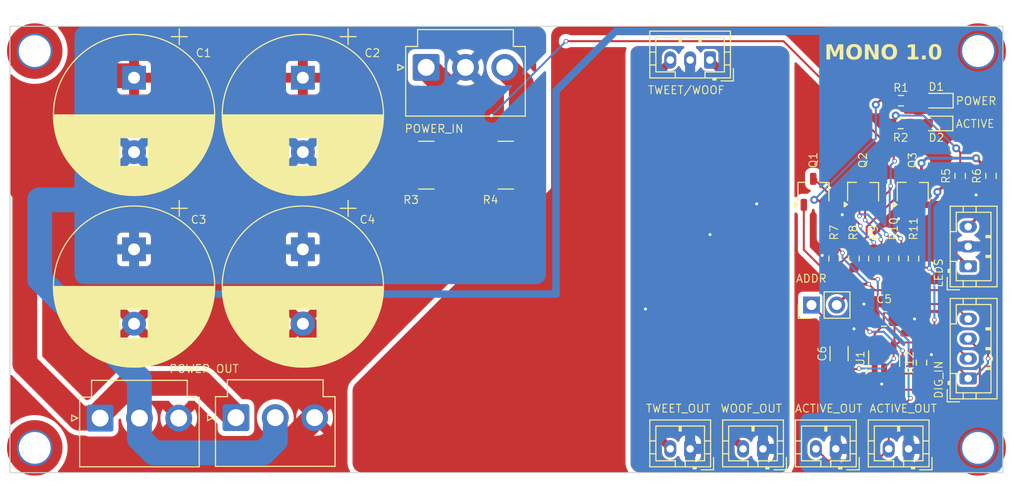
<source format=kicad_pcb>
(kicad_pcb (version 20240108) (generator "pcbnew") (generator_version "8.0")
  (layers (0 "F.Cu" signal) (31 "B.Cu" signal) (34 "B.Paste" user) (35 "F.Paste" user) (36 "B.SilkS" user "B.Silkscreen") (37 "F.SilkS" user "F.Silkscreen") (38 "B.Mask" user) (39 "F.Mask" user) (44 "Edge.Cuts" user))
  (net 0 "")
  (net 1 "VM")
  (net 2 "VP")
  (net 3 "PGND")
  (net 4 "POS")
  (net 5 "NEG")
  (net 6 "3V3")
  (net 7 "SCL")
  (net 8 "SDA")
  (net 9 "TWEETER")
  (net 10 "WOOFER")
  (net 11 "ACTIVE_IN")
  (net 12 "ACTIVE_OUT")
  (net 13 "AGND")
  (net 14 "Net-(Q1-B)")
  (net 15 "Net-(Q1-C)")
  (net 16 "Net-(Q2-B)")
  (net 17 "Net-(Q3-B)")
  (net 18 "ACTIVE_NEG")
  (net 19 "Net-(D1-A)")
  (net 20 "LED_ACTIVE")
  (net 21 "LED_STANDBY")
  (net 22 "Net-(D2-A)")
  (net 23 "Net-(J4-Pin_1)")
  (footprint "Capacitor_THT:CP_Radial_D16.0mm_P7.50mm" (layer "F.Cu") (at 98.4 95.987246 -90)
    (property "Reference" "C3" (at -2.987246 -6.5 0) (layer "F.SilkS") (effects (font (size 0.8 0.8) (thickness 0.1))))
    (property "Value" "2200u 50V")
    (pad "1" thru_hole rect (at 0 0 270) (size 2.4 2.4) (drill 1.2) (layers "*.Cu" "*.Mask") (net 3 "PGND"))
    (pad "2" thru_hole circle (at 7.5 0 270) (size 2.4 2.4) (drill 1.2) (layers "*.Cu" "*.Mask") (net 5 "NEG"))
  )
  (footprint "Connector_JST:JST_PH_B2B-PH-K_1x02_P2.00mm_Vertical" (layer "F.Cu") (at 154.4 116.1 180)
    (property "Reference" "J8" (hide yes))
    (property "Value" "Conn_01x02_Pin")
    (pad "1" thru_hole roundrect (at 0 0 180) (size 1.2 1.75) (drill 0.75) (layers "*.Cu" "*.Mask") (roundrect_rratio 0.208333) (net 13 "AGND"))
    (pad "2" thru_hole oval (at 2 0 180) (size 1.2 1.75) (drill 0.75) (layers "*.Cu" "*.Mask") (net 9 "TWEETER"))
  )
  (footprint "Capacitor_THT:CP_Radial_D16.0mm_P7.50mm" (layer "F.Cu") (at 98.4 78.687246 -90)
    (property "Reference" "C1" (at -2.487246 -7 0) (layer "F.SilkS") (effects (font (size 0.8 0.8) (thickness 0.1))))
    (property "Value" "2200u 50V")
    (pad "1" thru_hole rect (at 0 0 270) (size 2.4 2.4) (drill 1.2) (layers "*.Cu" "*.Mask") (net 4 "POS"))
    (pad "2" thru_hole circle (at 7.5 0 270) (size 2.4 2.4) (drill 1.2) (layers "*.Cu" "*.Mask") (net 3 "PGND"))
  )
  (footprint "Resistor_SMD:R_0603_1608Metric_Pad0.98x0.95mm_HandSolder" (layer "F.Cu") (at 174.9 96.9125 90)
    (property "Reference" "R10" (at 3 0 90) (layer "F.SilkS") (effects (font (size 0.8 0.8) (thickness 0.1))))
    (property "Value" "50K")
    (pad "1" smd roundrect (at -0.9125 0 90) (size 0.975 0.95) (layers "F.Cu" "F.Paste" "F.Mask") (net 5 "NEG"))
    (pad "2" smd roundrect (at 0.9125 0 90) (size 0.975 0.95) (layers "F.Cu" "F.Paste" "F.Mask") (net 16 "Net-(Q2-B)"))
  )
  (footprint "MountingHole:MountingHole_3.2mm_M3_DIN965_Pad_TopOnly" (layer "F.Cu") (at 88.4 76 90)
    (property "Reference" "H1" (hide yes))
    (property "Value" "MountingHole")
    (pad "1" thru_hole circle (at 0 0 90) (size 3.6 3.6) (drill 3.2) (layers "*.Cu" "*.Mask"))
    (pad "1" connect circle (at 0 0 90) (size 5.6 5.6) (layers "F.Cu" "F.Mask"))
  )
  (footprint "MountingHole:MountingHole_3.2mm_M3_DIN965_Pad_TopOnly" (layer "F.Cu") (at 88.4 116 90)
    (property "Reference" "H3" (hide yes))
    (property "Value" "MountingHole")
    (pad "1" thru_hole circle (at 0 0 90) (size 3.6 3.6) (drill 3.2) (layers "*.Cu" "*.Mask"))
    (pad "1" connect circle (at 0 0 90) (size 5.6 5.6) (layers "F.Cu" "F.Mask"))
  )
  (footprint "MountingHole:MountingHole_3.2mm_M3_DIN965_Pad_TopOnly" (layer "F.Cu") (at 183.4 76 90)
    (property "Reference" "H2" (hide yes))
    (property "Value" "MountingHole")
    (pad "1" thru_hole circle (at 0 0 90) (size 3.6 3.6) (drill 3.2) (layers "*.Cu" "*.Mask"))
    (pad "1" connect circle (at 0 0 90) (size 5.6 5.6) (layers "F.Cu" "F.Mask"))
  )
  (footprint "Connector_JST:JST_VH_B3P-VH-B_1x03_P3.96mm_Vertical" (layer "F.Cu") (at 108.6625 112.95)
    (property "Reference" "J6" (hide yes))
    (property "Value" "Conn_01x03_Male")
    (pad "1" thru_hole roundrect (at 0 0) (size 2.7 2.7) (drill 1.7) (layers "*.Cu" "*.Mask") (roundrect_rratio 0.092593) (net 4 "POS"))
    (pad "2" thru_hole circle (at 3.96 0) (size 2.7 2.7) (drill 1.7) (layers "*.Cu" "*.Mask") (net 3 "PGND"))
    (pad "3" thru_hole circle (at 7.92 0) (size 2.7 2.7) (drill 1.7) (layers "*.Cu" "*.Mask") (net 5 "NEG"))
  )
  (footprint "Connector_JST:JST_VH_B3P-VH-B_1x03_P3.96mm_Vertical" (layer "F.Cu") (at 94.98 113)
    (property "Reference" "J7" (hide yes))
    (property "Value" "Conn_01x03_Male")
    (pad "1" thru_hole roundrect (at 0 0) (size 2.7 2.7) (drill 1.7) (layers "*.Cu" "*.Mask") (roundrect_rratio 0.092593) (net 4 "POS"))
    (pad "2" thru_hole circle (at 3.96 0) (size 2.7 2.7) (drill 1.7) (layers "*.Cu" "*.Mask") (net 3 "PGND"))
    (pad "3" thru_hole circle (at 7.92 0) (size 2.7 2.7) (drill 1.7) (layers "*.Cu" "*.Mask") (net 5 "NEG"))
  )
  (footprint "Package_TO_SOT_SMD:TSOT-23" (layer "F.Cu") (at 166.8 90.19 90)
    (property "Reference" "Q1" (at 3.19 0 90) (layer "F.SilkS") (effects (font (size 0.8 0.8) (thickness 0.1))))
    (property "Value" "BC807")
    (pad "1" smd roundrect (at -1.31 -0.95 90) (size 1.22 0.65) (layers "F.Cu" "F.Paste" "F.Mask") (net 14 "Net-(Q1-B)"))
    (pad "2" smd roundrect (at -1.31 0.95 90) (size 1.22 0.65) (layers "F.Cu" "F.Paste" "F.Mask") (net 6 "3V3"))
    (pad "3" smd roundrect (at 1.31 0 90) (size 1.22 0.65) (layers "F.Cu" "F.Paste" "F.Mask") (net 15 "Net-(Q1-C)"))
  )
  (footprint "Connector_JST:JST_PH_B2B-PH-K_1x02_P2.00mm_Vertical" (layer "F.Cu") (at 161.733333 116.1 180)
    (property "Reference" "J9" (hide yes))
    (property "Value" "Conn_01x02_Pin")
    (pad "1" thru_hole roundrect (at 0 0 180) (size 1.2 1.75) (drill 0.75) (layers "*.Cu" "*.Mask") (roundrect_rratio 0.208333) (net 13 "AGND"))
    (pad "2" thru_hole oval (at 2 0 180) (size 1.2 1.75) (drill 0.75) (layers "*.Cu" "*.Mask") (net 10 "WOOFER"))
  )
  (footprint "Connector_JST:JST_PH_B2B-PH-K_1x02_P2.00mm_Vertical" (layer "F.Cu") (at 169.066666 116.1 180)
    (property "Reference" "J10" (hide yes))
    (property "Value" "Conn_01x02_Pin")
    (pad "1" thru_hole roundrect (at 0 0 180) (size 1.2 1.75) (drill 0.75) (layers "*.Cu" "*.Mask") (roundrect_rratio 0.208333) (net 3 "PGND"))
    (pad "2" thru_hole oval (at 2 0 180) (size 1.2 1.75) (drill 0.75) (layers "*.Cu" "*.Mask") (net 12 "ACTIVE_OUT"))
  )
  (footprint "Connector_JST:JST_PH_B3B-PH-K_1x03_P2.00mm_Vertical" (layer "F.Cu") (at 182.4 97.7 90)
    (property "Reference" "J3" (hide yes))
    (property "Value" "Conn_01x03_Pin")
    (pad "1" thru_hole roundrect (at 0 0 90) (size 1.2 1.75) (drill 0.75) (layers "*.Cu" "*.Mask") (roundrect_rratio 0.208333) (net 20 "LED_ACTIVE"))
    (pad "2" thru_hole oval (at 2 0 90) (size 1.2 1.75) (drill 0.75) (layers "*.Cu" "*.Mask") (net 3 "PGND"))
    (pad "3" thru_hole oval (at 4 0 90) (size 1.2 1.75) (drill 0.75) (layers "*.Cu" "*.Mask") (net 21 "LED_STANDBY"))
  )
  (footprint "Resistor_SMD:R_0603_1608Metric_Pad0.98x0.95mm_HandSolder" (layer "F.Cu") (at 170.9 96.9125 -90)
    (property "Reference" "R8" (at -2.619047 0.07 90) (layer "F.SilkS") (effects (font (size 0.8 0.8) (thickness 0.1))))
    (property "Value" "1K")
    (pad "1" smd roundrect (at -0.9125 0 270) (size 0.975 0.95) (layers "F.Cu" "F.Paste" "F.Mask") (net 18 "ACTIVE_NEG"))
    (pad "2" smd roundrect (at 0.9125 0 270) (size 0.975 0.95) (layers "F.Cu" "F.Paste" "F.Mask") (net 14 "Net-(Q1-B)"))
  )
  (footprint "Resistor_SMD:R_1218_3246Metric_Pad1.22x4.75mm_HandSolder" (layer "F.Cu") (at 127.8375 87.5 180)
    (property "Reference" "R3" (at 1.5375 -3.5 0) (layer "F.SilkS") (effects (font (size 0.8 0.8) (thickness 0.1))))
    (property "Value" "470m 3W")
    (pad "1" smd roundrect (at -1.5625 0 180) (size 1.225 4.75) (layers "F.Cu" "F.Paste" "F.Mask") (roundrect_rratio 0.204082) (net 2 "VP"))
    (pad "2" smd roundrect (at 1.5625 0 180) (size 1.225 4.75) (layers "F.Cu" "F.Paste" "F.Mask") (roundrect_rratio 0.204082) (net 4 "POS"))
  )
  (footprint "Connector_JST:JST_VH_B3P-VH-B_1x03_P3.96mm_Vertical" (layer "F.Cu") (at 127.8175 77.64375)
    (property "Reference" "J2" (hide yes))
    (property "Value" "Conn_01x03_Male")
    (pad "1" thru_hole roundrect (at 0 0) (size 2.7 2.7) (drill 1.7) (layers "*.Cu" "*.Mask") (roundrect_rratio 0.092593) (net 2 "VP"))
    (pad "2" thru_hole circle (at 3.96 0) (size 2.7 2.7) (drill 1.7) (layers "*.Cu" "*.Mask") (net 3 "PGND"))
    (pad "3" thru_hole circle (at 7.92 0) (size 2.7 2.7) (drill 1.7) (layers "*.Cu" "*.Mask") (net 1 "VM"))
  )
  (footprint "Capacitor_SMD:C_0805_2012Metric_Pad1.18x1.45mm_HandSolder" (layer "F.Cu") (at 173.9375 103 180)
    (property "Reference" "C5" (at 0 2 0) (layer "F.SilkS") (effects (font (size 0.8 0.8) (thickness 0.1))))
    (property "Value" "0.1u")
    (pad "1" smd roundrect (at -1.0375 0 180) (size 1.175 1.45) (layers "F.Cu" "F.Paste" "F.Mask") (roundrect_rratio 0.212766) (net 6 "3V3"))
    (pad "2" smd roundrect (at 1.0375 0 180) (size 1.175 1.45) (layers "F.Cu" "F.Paste" "F.Mask") (roundrect_rratio 0.212766) (net 3 "PGND"))
  )
  (footprint "Connector_PinHeader_2.54mm:PinHeader_1x02_P2.54mm_Vertical" (layer "F.Cu") (at 166.625 101.6 90)
    (property "Reference" "J4" (hide yes))
    (property "Value" "Conn_01x02_Pin")
    (pad "1" thru_hole rect (at 0 0 90) (size 1.7 1.7) (drill 1) (layers "*.Cu" "*.Mask") (net 23 "Net-(J4-Pin_1)"))
    (pad "2" thru_hole oval (at 0 2.54 90) (size 1.7 1.7) (drill 1) (layers "*.Cu" "*.Mask") (net 6 "3V3"))
  )
  (footprint "Package_TO_SOT_SMD:TSOT-23" (layer "F.Cu") (at 171.8 90.19 90)
    (property "Reference" "Q2" (at 3.19 0 90) (layer "F.SilkS") (effects (font (size 0.8 0.8) (thickness 0.1))))
    (property "Value" "BC817K-40")
    (pad "1" smd roundrect (at -1.31 -0.95 90) (size 1.22 0.65) (layers "F.Cu" "F.Paste" "F.Mask") (net 16 "Net-(Q2-B)"))
    (pad "2" smd roundrect (at -1.31 0.95 90) (size 1.22 0.65) (layers "F.Cu" "F.Paste" "F.Mask") (net 5 "NEG"))
    (pad "3" smd roundrect (at 1.31 0 90) (size 1.22 0.65) (layers "F.Cu" "F.Paste" "F.Mask") (net 12 "ACTIVE_OUT"))
  )
  (footprint "Capacitor_THT:CP_Radial_D16.0mm_P7.50mm" (layer "F.Cu") (at 115.4 95.987246 -90)
    (property "Reference" "C4" (at -3 -6.5 0) (layer "F.SilkS") (effects (font (size 0.8 0.8) (thickness 0.1))))
    (property "Value" "2200u 50V")
    (pad "1" thru_hole rect (at 0 0 270) (size 2.4 2.4) (drill 1.2) (layers "*.Cu" "*.Mask") (net 3 "PGND"))
    (pad "2" thru_hole circle (at 7.5 0 270) (size 2.4 2.4) (drill 1.2) (layers "*.Cu" "*.Mask") (net 5 "NEG"))
  )
  (footprint "Connector_JST:JST_PH_B3B-PH-K_1x03_P2.00mm_Vertical" (layer "F.Cu") (at 156.4 76.9 180)
    (property "Reference" "J1" (hide yes))
    (property "Value" "Conn_01x03_Pin")
    (pad "1" thru_hole roundrect (at 0 0 180) (size 1.2 1.75) (drill 0.75) (layers "*.Cu" "*.Mask") (roundrect_rratio 0.208333) (net 10 "WOOFER"))
    (pad "2" thru_hole oval (at 2 0 180) (size 1.2 1.75) (drill 0.75) (layers "*.Cu" "*.Mask") (net 13 "AGND"))
    (pad "3" thru_hole oval (at 4 0 180) (size 1.2 1.75) (drill 0.75) (layers "*.Cu" "*.Mask") (net 9 "TWEETER"))
  )
  (footprint "Connector_JST:JST_PH_B2B-PH-K_1x02_P2.00mm_Vertical" (layer "F.Cu") (at 176.4 116.1 180)
    (property "Reference" "J11" (hide yes))
    (property "Value" "Conn_01x02_Pin")
    (pad "1" thru_hole roundrect (at 0 0 180) (size 1.2 1.75) (drill 0.75) (layers "*.Cu" "*.Mask") (roundrect_rratio 0.208333) (net 3 "PGND"))
    (pad "2" thru_hole oval (at 2 0 180) (size 1.2 1.75) (drill 0.75) (layers "*.Cu" "*.Mask") (net 12 "ACTIVE_OUT"))
  )
  (footprint "LED_SMD:LED_0603_1608Metric_Pad1.05x0.95mm_HandSolder" (layer "F.Cu") (at 179.225 81 180)
    (property "Reference" "D1" (at 0.0375 1.4 0) (layer "F.SilkS") (effects (font (size 0.8 0.8) (thickness 0.1))))
    (property "Value" "BLUE")
    (pad "1" smd roundrect (at -0.875 0 180) (size 1.05 0.95) (layers "F.Cu" "F.Paste" "F.Mask") (net 3 "PGND"))
    (pad "2" smd roundrect (at 0.875 0 180) (size 1.05 0.95) (layers "F.Cu" "F.Paste" "F.Mask") (net 19 "Net-(D1-A)"))
  )
  (footprint "Resistor_SMD:R_1218_3246Metric_Pad1.22x4.75mm_HandSolder" (layer "F.Cu") (at 135.8375 87.5 180)
    (property "Reference" "R4" (at 1.5375 -3.5 0) (layer "F.SilkS") (effects (font (size 0.8 0.8) (thickness 0.1))))
    (property "Value" "470m 3W")
    (pad "1" smd roundrect (at -1.5625 0 180) (size 1.225 4.75) (layers "F.Cu" "F.Paste" "F.Mask") (roundrect_rratio 0.204082) (net 1 "VM"))
    (pad "2" smd roundrect (at 1.5625 0 180) (size 1.225 4.75) (layers "F.Cu" "F.Paste" "F.Mask") (roundrect_rratio 0.204082) (net 5 "NEG"))
  )
  (footprint "LED_SMD:LED_0603_1608Metric_Pad1.05x0.95mm_HandSolder" (layer "F.Cu") (at 179.2 83.3 180)
    (property "Reference" "D2" (at 0 -1.43 360) (layer "F.SilkS") (effects (font (size 0.8 0.8) (thickness 0.1))))
    (property "Value" "RED")
    (pad "1" smd roundrect (at -0.875 0 180) (size 1.05 0.95) (layers "F.Cu" "F.Paste" "F.Mask") (net 3 "PGND"))
    (pad "2" smd roundrect (at 0.875 0 180) (size 1.05 0.95) (layers "F.Cu" "F.Paste" "F.Mask") (net 22 "Net-(D2-A)"))
  )
  (footprint "Capacitor_THT:CP_Radial_D16.0mm_P7.50mm" (layer "F.Cu") (at 115.4 78.687246 -90)
    (property "Reference" "C2" (at -2.487246 -7 0) (layer "F.SilkS") (effects (font (size 0.8 0.8) (thickness 0.1))))
    (property "Value" "2200u 50V")
    (pad "1" thru_hole rect (at 0 0 270) (size 2.4 2.4) (drill 1.2) (layers "*.Cu" "*.Mask") (net 4 "POS"))
    (pad "2" thru_hole circle (at 7.5 0 270) (size 2.4 2.4) (drill 1.2) (layers "*.Cu" "*.Mask") (net 3 "PGND"))
  )
  (footprint "Resistor_SMD:R_0603_1608Metric_Pad0.98x0.95mm_HandSolder" (layer "F.Cu") (at 181.6 88.5875 90)
    (property "Reference" "R5" (at 0 -1.43 90) (layer "F.SilkS") (effects (font (size 0.8 0.8) (thickness 0.1))))
    (property "Value" "550R")
    (pad "1" smd roundrect (at -0.9125 0 90) (size 0.975 0.95) (layers "F.Cu" "F.Paste" "F.Mask") (net 20 "LED_ACTIVE"))
    (pad "2" smd roundrect (at 0.9125 0 90) (size 0.975 0.95) (layers "F.Cu" "F.Paste" "F.Mask") (net 11 "ACTIVE_IN"))
  )
  (footprint "Resistor_SMD:R_0603_1608Metric_Pad0.98x0.95mm_HandSolder" (layer "F.Cu") (at 172.9 96.9125 90)
    (property "Reference" "R9" (at 2.619047 0 90) (layer "F.SilkS") (effects (font (size 0.8 0.8) (thickness 0.1))))
    (property "Value" "100K")
    (pad "1" smd roundrect (at -0.9125 0 90) (size 0.975 0.95) (layers "F.Cu" "F.Paste" "F.Mask") (net 16 "Net-(Q2-B)"))
    (pad "2" smd roundrect (at 0.9125 0 90) (size 0.975 0.95) (layers "F.Cu" "F.Paste" "F.Mask") (net 15 "Net-(Q1-C)"))
  )
  (footprint "Resistor_SMD:R_0603_1608Metric_Pad0.98x0.95mm_HandSolder" (layer "F.Cu") (at 184.7 88.5875 90)
    (property "Reference" "R6" (at 0 -1.43 90) (layer "F.SilkS") (effects (font (size 0.8 0.8) (thickness 0.1))))
    (property "Value" "150R")
    (pad "1" smd roundrect (at -0.9125 0 90) (size 0.975 0.95) (layers "F.Cu" "F.Paste" "F.Mask") (net 21 "LED_STANDBY"))
    (pad "2" smd roundrect (at 0.9125 0 90) (size 0.975 0.95) (layers "F.Cu" "F.Paste" "F.Mask") (net 18 "ACTIVE_NEG"))
  )
  (footprint "Connector_JST:JST_PH_B4B-PH-K_1x04_P2.00mm_Vertical" (layer "F.Cu") (at 182.4 109 90)
    (property "Reference" "J5" (hide yes))
    (property "Value" "Conn_01x04_Pin")
    (pad "1" thru_hole roundrect (at 0 0 90) (size 1.2 1.75) (drill 0.75) (layers "*.Cu" "*.Mask") (roundrect_rratio 0.208333) (net 6 "3V3"))
    (pad "2" thru_hole oval (at 2 0 90) (size 1.2 1.75) (drill 0.75) (layers "*.Cu" "*.Mask") (net 11 "ACTIVE_IN"))
    (pad "3" thru_hole oval (at 4 0 90) (size 1.2 1.75) (drill 0.75) (layers "*.Cu" "*.Mask") (net 7 "SCL"))
    (pad "4" thru_hole oval (at 6 0 90) (size 1.2 1.75) (drill 0.75) (layers "*.Cu" "*.Mask") (net 8 "SDA"))
  )
  (footprint "Resistor_SMD:R_0603_1608Metric_Pad0.98x0.95mm_HandSolder" (layer "F.Cu") (at 175.6375 81 180)
    (property "Reference" "R1" (at 0 1.3 0) (layer "F.SilkS") (effects (font (size 0.8 0.8) (thickness 0.1))))
    (property "Value" "150R")
    (pad "1" smd roundrect (at -0.9125 0 180) (size 0.975 0.95) (layers "F.Cu" "F.Paste" "F.Mask") (net 19 "Net-(D1-A)"))
    (pad "2" smd roundrect (at 0.9125 0 180) (size 0.975 0.95) (layers "F.Cu" "F.Paste" "F.Mask") (net 6 "3V3"))
  )
  (footprint "Resistor_SMD:R_0603_1608Metric_Pad0.98x0.95mm_HandSolder" (layer "F.Cu") (at 176.9 96.9125 90)
    (property "Reference" "R11" (at 3 0 90) (layer "F.SilkS") (effects (font (size 0.8 0.8) (thickness 0.1))))
    (property "Value" "1K")
    (pad "1" smd roundrect (at -0.9125 0 90) (size 0.975 0.95) (layers "F.Cu" "F.Paste" "F.Mask") (net 11 "ACTIVE_IN"))
    (pad "2" smd roundrect (at 0.9125 0 90) (size 0.975 0.95) (layers "F.Cu" "F.Paste" "F.Mask") (net 17 "Net-(Q3-B)"))
  )
  (footprint "Resistor_SMD:R_0603_1608Metric_Pad0.98x0.95mm_HandSolder" (layer "F.Cu") (at 177.7 107.4 90)
    (property "Reference" "R12" (at 0 -1.2 90) (layer "F.SilkS") (effects (font (size 0.8 0.8) (thickness 0.1))))
    (property "Value" "4.7k")
    (pad "1" smd roundrect (at -0.9125 0 90) (size 0.975 0.95) (layers "F.Cu" "F.Paste" "F.Mask") (net 23 "Net-(J4-Pin_1)"))
    (pad "2" smd roundrect (at 0.9125 0 90) (size 0.975 0.95) (layers "F.Cu" "F.Paste" "F.Mask") (net 3 "PGND"))
  )
  (footprint "MountingHole:MountingHole_3.2mm_M3_DIN965_Pad_TopOnly" (layer "F.Cu") (at 183.4 116 90)
    (property "Reference" "H4" (hide yes))
    (property "Value" "MountingHole")
    (pad "1" thru_hole circle (at 0 0 90) (size 3.6 3.6) (drill 3.2) (layers "*.Cu" "*.Mask"))
    (pad "1" connect circle (at 0 0 90) (size 5.6 5.6) (layers "F.Cu" "F.Mask"))
  )
  (footprint "Package_TO_SOT_SMD:TSOT-23" (layer "F.Cu") (at 176.8 90.19 90)
    (property "Reference" "Q3" (at 3.19 0 90) (layer "F.SilkS") (effects (font (size 0.8 0.8) (thickness 0.1))))
    (property "Value" "BC817K-40")
    (pad "1" smd roundrect (at -1.31 -0.95 90) (size 1.22 0.65) (layers "F.Cu" "F.Paste" "F.Mask") (net 17 "Net-(Q3-B)"))
    (pad "2" smd roundrect (at -1.31 0.95 90) (size 1.22 0.65) (layers "F.Cu" "F.Paste" "F.Mask") (net 3 "PGND"))
    (pad "3" smd roundrect (at 1.31 0 90) (size 1.22 0.65) (layers "F.Cu" "F.Paste" "F.Mask") (net 18 "ACTIVE_NEG"))
  )
  (footprint "Resistor_SMD:R_0603_1608Metric_Pad0.98x0.95mm_HandSolder" (layer "F.Cu") (at 168.9 96.9125 90)
    (property "Reference" "R7" (at 2.619047 0 90) (layer "F.SilkS") (effects (font (size 0.8 0.8) (thickness 0.1))))
    (property "Value" "10k")
    (pad "1" smd roundrect (at -0.9125 0 90) (size 0.975 0.95) (layers "F.Cu" "F.Paste" "F.Mask") (net 18 "ACTIVE_NEG"))
    (pad "2" smd roundrect (at 0.9125 0 90) (size 0.975 0.95) (layers "F.Cu" "F.Paste" "F.Mask") (net 6 "3V3"))
  )
  (footprint "Capacitor_SMD:C_1206_3216Metric_Pad1.33x1.80mm_HandSolder" (layer "F.Cu") (at 169.4 106.5 90)
    (property "Reference" "C6" (at 0 -1.7 90) (layer "F.SilkS") (effects (font (size 0.8 0.8) (thickness 0.1))))
    (property "Value" "10u")
    (pad "1" smd roundrect (at -1.5625 0 90) (size 1.325 1.8) (layers "F.Cu" "F.Paste" "F.Mask") (roundrect_rratio 0.188679) (net 6 "3V3"))
    (pad "2" smd roundrect (at 1.5625 0 90) (size 1.325 1.8) (layers "F.Cu" "F.Paste" "F.Mask") (roundrect_rratio 0.188679) (net 3 "PGND"))
  )
  (footprint "Resistor_SMD:R_0603_1608Metric_Pad0.98x0.95mm_HandSolder" (layer "F.Cu") (at 175.6 83.3 180)
    (property "Reference" "R2" (at 0 -1.43 360) (layer "F.SilkS") (effects (font (size 0.8 0.8) (thickness 0.1))))
    (property "Value" "300R")
    (pad "1" smd roundrect (at -0.9125 0 180) (size 0.975 0.95) (layers "F.Cu" "F.Paste" "F.Mask") (net 22 "Net-(D2-A)"))
    (pad "2" smd roundrect (at 0.9125 0 180) (size 0.975 0.95) (layers "F.Cu" "F.Paste" "F.Mask") (net 11 "ACTIVE_IN"))
  )
  (footprint "Package_TO_SOT_SMD:SOT-23-6" (layer "F.Cu") (at 173.9375 107 90)
    (property "Reference" "U1" (at 0 -2.4 90) (layer "F.SilkS") (effects (font (size 0.8 0.8) (thickness 0.1))))
    (property "Value" "TMP100")
    (pad "1" smd roundrect (at -1.1375 -0.95 90) (size 1.325 0.6) (layers "F.Cu" "F.Paste" "F.Mask") (net 7 "SCL"))
    (pad "2" smd roundrect (at -1.1375 0 90) (size 1.325 0.6) (layers "F.Cu" "F.Paste" "F.Mask") (net 3 "PGND"))
    (pad "3" smd roundrect (at -1.1375 0.95 90) (size 1.325 0.6) (layers "F.Cu" "F.Paste" "F.Mask") (net 23 "Net-(J4-Pin_1)"))
    (pad "4" smd roundrect (at 1.1375 0.95 90) (size 1.325 0.6) (layers "F.Cu" "F.Paste" "F.Mask") (net 6 "3V3"))
    (pad "5" smd roundrect (at 1.1375 0 90) (size 1.325 0.6) (layers "F.Cu" "F.Paste" "F.Mask") (net 6 "3V3"))
    (pad "6" smd roundrect (at 1.1375 -0.95 90) (size 1.325 0.6) (layers "F.Cu" "F.Paste" "F.Mask") (net 8 "SDA"))
  )
  (gr_line (start 85.9 118.5) (end 85.9 73.5) (stroke (width 0.1)) (layer "Edge.Cuts"))
  (gr_line (start 85.9 73.5) (end 185.9 73.5) (stroke (width 0.1)) (layer "Edge.Cuts"))
  (gr_line (start 185.9 73.5) (end 185.9 118.5) (stroke (width 0.1)) (layer "Edge.Cuts"))
  (gr_line (start 185.9 118.5) (end 85.9 118.5) (stroke (width 0.1)) (layer "Edge.Cuts"))
  (gr_text "LEDS" (at 179.9 99.9 90) (layer "F.SilkS") (effects (font (size 0.8 0.8) (thickness 0.1)) (justify left bottom)))
  (gr_text "DIG_IN" (at 179.9 111.1 90) (layer "F.SilkS") (effects (font (size 0.8 0.8) (thickness 0.1)) (justify left bottom)))
  (gr_text "ACTIVE" (at 181.1 83.8 0) (layer "F.SilkS") (effects (font (size 0.8 0.8) (thickness 0.1)) (justify left bottom)))
  (gr_text "POWER" (at 181.1 81.5 0) (layer "F.SilkS") (effects (font (size 0.8 0.8) (thickness 0.1)) (justify left bottom)))
  (gr_text "WOOF_OUT" (at 157.4 112.5 0) (layer "F.SilkS") (effects (font (size 0.8 0.8) (thickness 0.1)) (justify left bottom)))
  (gr_text "ADDR" (at 165 99.4 0) (layer "F.SilkS") (effects (font (size 0.8 0.8) (thickness 0.1)) (justify left bottom)))
  (gr_text "ACTIVE_OUT" (at 164.9 112.5 0) (layer "F.SilkS") (effects (font (size 0.8 0.8) (thickness 0.1)) (justify left bottom)))
  (gr_text "POWER_OUT" (at 101.9 108.5 0) (layer "F.SilkS") (effects (font (size 0.8 0.8) (thickness 0.1)) (justify left bottom)))
  (gr_text "POWER_IN" (at 125.6 84.3 0) (layer "F.SilkS") (effects (font (size 0.8 0.8) (thickness 0.1)) (justify left bottom)))
  (gr_text "TWEET/WOOF" (at 150.1 80.4 0) (layer "F.SilkS") (effects (font (size 0.8 0.8) (thickness 0.1)) (justify left bottom)))
  (gr_text "MONO 1.0" (at 179.8 77.1 0) (layer "F.SilkS") (effects (font (size 1.5 1.5) (thickness 0.1) (bold yes)) (justify right bottom)))
  (gr_text "TWEET_OUT" (at 149.9 112.5 0) (layer "F.SilkS") (effects (font (size 0.8 0.8) (thickness 0.1)) (justify left bottom)))
  (gr_text "ACTIVE_OUT" (at 172.4 112.5 0) (layer "F.SilkS") (effects (font (size 0.8 0.8) (thickness 0.1)) (justify left bottom)))
  (segment (start 137.4 79.30625) (end 137.4 86.69375) (width 2.5) (layer "F.Cu") (net 1))
  (segment (start 135.7375 77.64375) (end 137.4 79.30625) (width 2.5) (layer "F.Cu") (net 1))
  (segment (start 127.8175 77.64375) (end 129.4 79.22625) (width 2.5) (layer "F.Cu") (net 2))
  (segment (start 129.4 79.22625) (end 129.4 87.5) (width 2.5) (layer "F.Cu") (net 2))
  (segment (start 172.9 102.5) (end 171.9 101.5) (width 0.2) (layer "F.Cu") (net 3))
  (segment (start 173.9375 109.328851) (end 173.70049 109.565861) (width 0.2) (layer "F.Cu") (net 3))
  (segment (start 177.7 106.4875) (end 178.5875 106.4875) (width 0.3) (layer "F.Cu") (net 3))
  (segment (start 173.9375 108.1375) (end 173.9375 109.328851) (width 0.2) (layer "F.Cu") (net 3))
  (segment (start 178.5875 106.4875) (end 178.7 106.6) (width 0.3) (layer "F.Cu") (net 3))
  (segment (start 169.9625 104.9375) (end 170.9 104) (width 0.2) (layer "F.Cu") (net 3))
  (via (at 170.9 104) (size 0.45) (drill 0.3) (layers "F.Cu" "B.Cu") (net 3))
  (via (at 169.725 92.5) (size 0.45) (drill 0.3) (layers "F.Cu" "B.Cu") (net 3))
  (via (at 167.7 96.6) (size 0.45) (drill 0.3) (layers "F.Cu" "B.Cu") (net 3))
  (via (at 178.7 106.6) (size 0.45) (drill 0.3) (layers "F.Cu" "B.Cu") (net 3))
  (via (at 171.9 101.5) (size 0.45) (drill 0.3) (layers "F.Cu" "B.Cu") (net 3))
  (via (at 175.4 92.9) (size 0.45) (drill 0.3) (layers "F.Cu" "B.Cu") (net 3))
  (via (at 177 103) (size 0.45) (drill 0.3) (layers "F.Cu" "B.Cu") (net 3))
  (via (at 173.70049 109.565861) (size 0.45) (drill 0.3) (layers "F.Cu" "B.Cu") (net 3))
  (via (at 183.2 90.5) (size 0.45) (drill 0.3) (layers "F.Cu" "B.Cu") (net 3))
  (segment (start 98.94 115.04) (end 98.94 113) (width 2.5) (layer "B.Cu") (net 3))
  (segment (start 111.4 116.5) (end 100.4 116.5) (width 2.5) (layer "B.Cu") (net 3))
  (segment (start 112.6225 112.95) (end 112.6225 115.2775) (width 2.5) (layer "B.Cu") (net 3))
  (segment (start 112.6225 115.2775) (end 111.4 116.5) (width 2.5) (layer "B.Cu") (net 3))
  (segment (start 88.9 91) (end 97.4 91) (width 2.5) (layer "B.Cu") (net 3))
  (segment (start 139.9 100.5) (end 92.4 100.5) (width 0.75) (layer "B.Cu") (net 3))
  (segment (start 98.94 109.04) (end 91.4 101.5) (width 2.5) (layer "B.Cu") (net 3))
  (segment (start 167.9 74) (end 146.9 74) (width 0.75) (layer "B.Cu") (net 3))
  (segment (start 140.9 80) (end 140.9 100.5) (width 0.75) (layer "B.Cu") (net 3))
  (segment (start 97.4 91) (end 97.9 90.5) (width 2.5) (layer "B.Cu") (net 3))
  (segment (start 92.4 100.5) (end 91.4 101.5) (width 0.75) (layer "B.Cu") (net 3))
  (segment (start 140.9 100.5) (end 139.9 100.5) (width 0.75) (layer "B.Cu") (net 3))
  (segment (start 98.94 113) (end 98.94 109.04) (width 2.5) (layer "B.Cu") (net 3))
  (segment (start 100.4 116.5) (end 98.94 115.04) (width 2.5) (layer "B.Cu") (net 3))
  (segment (start 88.9 99) (end 88.9 91) (width 2.5) (layer "B.Cu") (net 3))
  (segment (start 146.9 74) (end 140.9 80) (width 0.75) (layer "B.Cu") (net 3))
  (segment (start 91.4 101.5) (end 88.9 99) (width 2.5) (layer "B.Cu") (net 3))
  (segment (start 87.4 85.25) (end 87.4 107.5) (width 2.5) (layer "F.Cu") (net 4))
  (segment (start 94.312754 78.487246) (end 87.8 85) (width 2.5) (layer "F.Cu") (net 4))
  (segment (start 92.9 113) (end 94.98 113) (width 2.5) (layer "F.Cu") (net 4))
  (segment (start 98 109.5) (end 94.98 112.52) (width 2.5) (layer "F.Cu") (net 4))
  (segment (start 108.6625 112.95) (end 105.2125 109.5) (width 2.5) (layer "F.Cu") (net 4))
  (segment (start 94.98 112.52) (end 94.98 113) (width 2.5) (layer "F.Cu") (net 4))
  (segment (start 105.2125 109.5) (end 98 109.5) (width 2.5) (layer "F.Cu") (net 4))
  (segment (start 87.4 107.5) (end 92.9 113) (width 2.5) (layer "F.Cu") (net 4))
  (segment (start 98.4 78.487246) (end 94.312754 78.487246) (width 2.5) (layer "F.Cu") (net 4))
  (segment (start 104.4 116.5) (end 113.0325 116.5) (width 2.5) (layer "F.Cu") (net 5))
  (segment (start 141.9 75) (end 163.8 75) (width 0.2) (layer "F.Cu") (net 5))
  (segment (start 174.9 86.1) (end 174.9 87) (width 0.2) (layer "F.Cu") (net 5))
  (segment (start 113.0325 116.5) (end 116.5825 112.95) (width 2.5) (layer "F.Cu") (net 5))
  (segment (start 102.9 113) (end 102.9 115) (width 2.5) (layer "F.Cu") (net 5))
  (segment (start 173.05 91.5) (end 174.6 89.95) (width 0.2) (layer "F.Cu") (net 5))
  (segment (start 116.5825 112.95) (end 116.5825 104.6825) (width 2.5) (layer "F.Cu") (net 5))
  (segment (start 174.6 89.95) (end 174.6 89.6) (width 0.2) (layer "F.Cu") (net 5))
  (segment (start 174.9 87) (end 175 87.1) (width 0.2) (layer "F.Cu") (net 5))
  (segment (start 163.8 75) (end 174.9 86.1) (width 0.2) (layer "F.Cu") (net 5))
  (segment (start 175.675 94.975) (end 175.6 94.9) (width 0.2) (layer "F.Cu") (net 5))
  (segment (start 175.675 97.05) (end 175.675 94.975) (width 0.2) (layer "F.Cu") (net 5))
  (segment (start 116.5825 104.6825) (end 115.4 103.5) (width 2.5) (layer "F.Cu") (net 5))
  (segment (start 174.9 97.825) (end 175.675 97.05) (width 0.2) (layer "F.Cu") (net 5))
  (segment (start 102.9 115) (end 104.4 116.5) (width 2.5) (layer "F.Cu") (net 5))
  (via (at 175 87.1) (size 0.45) (drill 0.3) (layers "F.Cu" "B.Cu") (net 5))
  (via (at 141.9 75) (size 0.45) (drill 0.3) (layers "F.Cu" "B.Cu") (net 5))
  (via (at 134.4 82.5) (size 0.45) (drill 0.3) (layers "F.Cu" "B.Cu") (net 5))
  (via (at 175.6 94.9) (size 0.45) (drill 0.3) (layers "F.Cu" "B.Cu") (net 5))
  (via (at 174.6 89.6) (size 0.45) (drill 0.3) (layers "F.Cu" "B.Cu") (net 5))
  (segment (start 174.6 87.5) (end 174.6 89.6) (width 0.2) (layer "B.Cu") (net 5))
  (segment (start 174.6 89.6) (end 174.5 89.7) (width 0.2) (layer "B.Cu") (net 5))
  (segment (start 174.5 93.8) (end 175.6 94.9) (width 0.2) (layer "B.Cu") (net 5))
  (segment (start 174.5 89.7) (end 174.5 93.8) (width 0.2) (layer "B.Cu") (net 5))
  (segment (start 175 87.1) (end 174.6 87.5) (width 0.2) (layer "B.Cu") (net 5))
  (segment (start 134.4 82.5) (end 141.9 75) (width 0.2) (layer "B.Cu") (net 5))
  (segment (start 174.8875 106.9875) (end 174.9 107) (width 0.2) (layer "F.Cu") (net 6))
  (segment (start 171.265 99.5) (end 172.4 99.5) (width 0.3) (layer "F.Cu") (net 6))
  (segment (start 173.5 81) (end 173.1 81.4) (width 0.2) (layer "F.Cu") (net 6))
  (segment (start 184.4 102.5) (end 182 100.1) (width 0.2) (layer "F.Cu") (net 6))
  (segment (start 174.8875 105.8625) (end 174.503185 105.8625) (width 0.2) (layer "F.Cu") (net 6))
  (segment (start 178.875 105.375) (end 175.375 105.375) (width 0.2) (layer "F.Cu") (net 6))
  (segment (start 169.165 101.6) (end 171.265 99.5) (width 0.3) (layer "F.Cu") (net 6))
  (segment (start 184.4 107) (end 184.4 102.5) (width 0.2) (layer "F.Cu") (net 6))
  (segment (start 174.975 103) (end 174.975 105.775) (width 0.2) (layer "F.Cu") (net 6))
  (segment (start 169.4 108.0625) (end 171.3375 108.0625) (width 0.2) (layer "F.Cu") (net 6))
  (segment (start 167.75 91.5) (end 167.75 94.85) (width 0.2) (layer "F.Cu") (net 6))
  (segment (start 173 100.1) (end 172.4 99.5) (width 0.2) (layer "F.Cu") (net 6))
  (segment (start 168.9 96) (end 169.4 96) (width 0.2) (layer "F.Cu") (net 6))
  (segment (start 167.25 91) (end 167.75 91.5) (width 0.2) (layer "F.Cu") (net 6))
  (segment (start 182.4 108.9) (end 178.875 105.375) (width 0.2) (layer "F.Cu") (net 6))
  (segment (start 174.503185 105.8625) (end 174.220342 105.579657) (width 0.2) (layer "F.Cu") (net 6))
  (segment (start 175.375 105.375) (end 174.8875 105.8625) (width 0.2) (layer "F.Cu") (net 6))
  (segment (start 182 100.1) (end 173 100.1) (width 0.2) (layer "F.Cu") (net 6))
  (segment (start 171.3375 108.0625) (end 171.4 108) (width 0.2) (layer "F.Cu") (net 6))
  (segment (start 167.75 94.85) (end 168.9 96) (width 0.2) (layer "F.Cu") (net 6))
  (segment (start 174.8875 105.8625) (end 174.8875 106.9875) (width 0.2) (layer "F.Cu") (net 6))
  (segment (start 174.725 81) (end 173.5 81) (width 0.2) (layer "F.Cu") (net 6))
  (segment (start 166.9 91) (end 167.25 91) (width 0.2) (layer "F.Cu") (net 6))
  (segment (start 169.4 96) (end 169.743413 96.343413) (width 0.2) (layer "F.Cu") (net 6))
  (via (at 172.4 99.5) (size 0.45) (drill 0.3) (layers "F.Cu" "B.Cu") (net 6))
  (via (at 173.1 81.4) (size 0.8) (drill 0.4) (layers "F.Cu" "B.Cu") (net 6))
  (via (at 166.9 91) (size 0.8) (drill 0.4) (layers "F.Cu" "B.Cu") (net 6))
  (via (at 171.4 108) (size 0.45) (drill 0.3) (layers "F.Cu" "B.Cu") (net 6))
  (via (at 169.743413 96.343413) (size 0.45) (drill 0.3) (layers "F.Cu" "B.Cu") (net 6))
  (via (at 174.9 107) (size 0.45) (drill 0.3) (layers "F.Cu" "B.Cu") (net 6))
  (via (at 184.4 107) (size 0.45) (drill 0.3) (layers "F.Cu" "B.Cu") (net 6))
  (segment (start 169.743413 96.843413) (end 169.743413 96.343413) (width 0.2) (layer "B.Cu") (net 6))
  (segment (start 171.4 108) (end 173.9 108) (width 0.2) (layer "B.Cu") (net 6))
  (segment (start 172.4 99.5) (end 169.743413 96.843413) (width 0.2) (layer "B.Cu") (net 6))
  (segment (start 166.9 91) (end 173.1 84.8) (width 0.2) (layer "B.Cu") (net 6))
  (segment (start 182.9 109) (end 184.4 107.5) (width 0.2) (layer "B.Cu") (net 6))
  (segment (start 173.1 84.8) (end 173.1 81.4) (width 0.2) (layer "B.Cu") (net 6))
  (segment (start 184.4 107.5) (end 184.4 107) (width 0.2) (layer "B.Cu") (net 6))
  (segment (start 173.9 108) (end 174.9 107) (width 0.2) (layer "B.Cu") (net 6))
  (segment (start 183.575 106.175) (end 183.575 109.584744) (width 0.2) (layer "F.Cu") (net 7))
  (segment (start 183.018883 110.140861) (end 173.12549 110.140861) (width 0.2) (layer "F.Cu") (net 7))
  (segment (start 172.9875 110.002871) (end 172.9875 108.1375) (width 0.2) (layer "F.Cu") (net 7))
  (segment (start 182.4 105) (end 183.575 106.175) (width 0.2) (layer "F.Cu") (net 7))
  (segment (start 183.575 109.584744) (end 183.018883 110.140861) (width 0.2) (layer "F.Cu") (net 7))
  (segment (start 173.12549 110.140861) (end 172.9875 110.002871) (width 0.2) (layer "F.Cu") (net 7))
  (segment (start 172.9875 104.509744) (end 173.9 103.597244) (width 0.2) (layer "F.Cu") (net 8))
  (segment (start 173.9 103.597244) (end 173.9 102.477756) (width 0.2) (layer "F.Cu") (net 8))
  (segment (start 174.877756 101.5) (end 180.9 101.5) (width 0.2) (layer "F.Cu") (net 8))
  (segment (start 180.9 101.5) (end 182.4 103) (width 0.2) (layer "F.Cu") (net 8))
  (segment (start 173.9 102.477756) (end 174.877756 101.5) (width 0.2) (layer "F.Cu") (net 8))
  (segment (start 172.9875 105.8625) (end 172.9875 104.509744) (width 0.2) (layer "F.Cu") (net 8))
  (segment (start 151.3 78.15) (end 151.3 114.95) (width 0.75) (layer "F.Cu") (net 9))
  (segment (start 151.3 114.95) (end 152.4 116.05) (width 0.75) (layer "F.Cu") (net 9))
  (segment (start 152.4 77.05) (end 151.3 78.15) (width 0.75) (layer "F.Cu") (net 9))
  (segment (start 156.4 76.9) (end 158.4 78.9) (width 0.75) (layer "F.Cu") (net 10))
  (segment (start 158.4 114.666667) (end 159.733333 116) (width 0.75) (layer "F.Cu") (net 10))
  (segment (start 158.4 78.9) (end 158.4 114.666667) (width 0.75) (layer "F.Cu") (net 10))
  (segment (start 181.6 87.675) (end 181.6 86.2) (width 0.2) (layer "F.Cu") (net 11))
  (segment (start 176.9 97.825) (end 178.424994 97.825) (width 0.2) (layer "F.Cu") (net 11))
  (segment (start 175.1 82.8875) (end 174.6875 83.3) (width 0.2) (layer "F.Cu") (net 11))
  (segment (start 179 103.6) (end 179 103.1) (width 0.2) (layer "F.Cu") (net 11))
  (segment (start 181.6 86.2) (end 181.2 85.8) (width 0.2) (layer "F.Cu") (net 11))
  (segment (start 182.4 107) (end 179 103.6) (width 0.2) (layer "F.Cu") (net 11))
  (segment (start 178.424994 97.825) (end 178.5 97.900006) (width 0.2) (layer "F.Cu") (net 11))
  (segment (start 181.6 87.9) (end 179.3 90.2) (width 0.3) (layer "F.Cu") (net 11))
  (segment (start 175.1 82.5) (end 175.1 82.8875) (width 0.2) (layer "F.Cu") (net 11))
  (via (at 181.2 85.8) (size 0.8) (drill 0.4) (layers "F.Cu" "B.Cu") (net 11))
  (via (at 179 103.1) (size 0.45) (drill 0.3) (layers "F.Cu" "B.Cu") (net 11))
  (via (at 179.3 90.2) (size 0.8) (drill 0.4) (layers "F.Cu" "B.Cu") (net 11))
  (via (at 178.5 97.900006) (size 0.45) (drill 0.3) (layers "F.Cu" "B.Cu") (net 11))
  (via (at 175.1 82.5) (size 0.8) (drill 0.4) (layers "F.Cu" "B.Cu") (net 11))
  (segment (start 178.5 91.5) (end 178.5 97.900006) (width 0.3) (layer "B.Cu") (net 11))
  (segment (start 179 98.400006) (end 178.5 97.900006) (width 0.2) (layer "B.Cu") (net 11))
  (segment (start 181.2 85.8) (end 177.9 82.5) (width 0.2) (layer "B.Cu") (net 11))
  (segment (start 179.3 90.7) (end 178.5 91.5) (width 0.3) (layer "B.Cu") (net 11))
  (segment (start 179.3 90.2) (end 179.3 90.7) (width 0.3) (layer "B.Cu") (net 11))
  (segment (start 177.9 82.5) (end 175.1 82.5) (width 0.2) (layer "B.Cu") (net 11))
  (segment (start 179 103.1) (end 179 98.400006) (width 0.2) (layer "B.Cu") (net 11))
  (segment (start 172.433278 97.0375) (end 173.116722 97.0375) (width 0.2) (layer "F.Cu") (net 12))
  (segment (start 173.116722 97.0375) (end 173.675 96.479222) (width 0.2) (layer "F.Cu") (net 12))
  (segment (start 173.225 117.275) (end 174.4 116.1) (width 0.2) (layer "F.Cu") (net 12))
  (segment (start 172.020764 89.710763) (end 172.020764 93.04057) (width 0.2) (layer "F.Cu") (net 12))
  (segment (start 173.675 95.064898) (end 173.599831 94.989729) (width 0.2) (layer "F.Cu") (net 12))
  (segment (start 172.125 97.345778) (end 172.433278 97.0375) (width 0.2) (layer "F.Cu") (net 12))
  (segment (start 171.8 89.489999) (end 172.020764 89.710763) (width 0.2) (layer "F.Cu") (net 12))
  (segment (start 174.4 113.2) (end 174.4 116.1) (width 0.2) (layer "F.Cu") (net 12))
  (segment (start 167.066666 116.1) (end 168.241666 117.275) (width 0.2) (layer "F.Cu") (net 12))
  (segment (start 176.6 111) (end 174.4 113.2) (width 0.2) (layer "F.Cu") (net 12))
  (segment (start 173.675 96.479222) (end 173.675 95.064898) (width 0.2) (layer "F.Cu") (net 12))
  (segment (start 168.241666 117.275) (end 173.225 117.275) (width 0.2) (layer "F.Cu") (net 12))
  (segment (start 172.125 98.304222) (end 172.125 97.345778) (width 0.2) (layer "F.Cu") (net 12))
  (segment (start 172.06 89.14) (end 171.8 88.88) (width 0.2) (layer "F.Cu") (net 12))
  (segment (start 171.8 88.88) (end 171.8 89.489999) (width 0.2) (layer "F.Cu") (net 12))
  (segment (start 173.3 99) (end 172.820778 99) (width 0.2) (layer "F.Cu") (net 12))
  (segment (start 172.820778 99) (end 172.125 98.304222) (width 0.2) (layer "F.Cu") (net 12))
  (via (at 172.020764 93.04057) (size 0.45) (drill 0.3) (layers "F.Cu" "B.Cu") (net 12))
  (via (at 173.3 99) (size 0.45) (drill 0.3) (layers "F.Cu" "B.Cu") (net 12))
  (via (at 176.6 111) (size 0.45) (drill 0.3) (layers "F.Cu" "B.Cu") (net 12))
  (via (at 173.599831 94.989729) (size 0.45) (drill 0.3) (layers "F.Cu" "B.Cu") (net 12))
  (segment (start 173.599831 94.619637) (end 172.020764 93.04057) (width 0.2) (layer "B.Cu") (net 12))
  (segment (start 173.3 99) (end 173.3 102.1) (width 0.2) (layer "B.Cu") (net 12))
  (segment (start 173.3 102.1) (end 176.4 105.2) (width 0.2) (layer "B.Cu") (net 12))
  (segment (start 176.4 110.8) (end 176.6 111) (width 0.2) (layer "B.Cu") (net 12))
  (segment (start 173.599831 94.989729) (end 173.599831 94.619637) (width 0.2) (layer "B.Cu") (net 12))
  (segment (start 176.4 105.2) (end 176.4 110.8) (width 0.2) (layer "B.Cu") (net 12))
  (via (at 149.9 102) (size 0.45) (drill 0.3) (layers "F.Cu" "B.Cu") (net 13))
  (via (at 156.4 94.5) (size 0.45) (drill 0.3) (layers "F.Cu" "B.Cu") (net 13))
  (via (at 161.1 91.4) (size 0.45) (drill 0.3) (layers "F.Cu" "B.Cu") (net 13))
  (segment (start 170.025 98.7) (end 170.9 97.825) (width 0.2) (layer "F.Cu") (net 14))
  (segment (start 168.520778 98.7) (end 170.025 98.7) (width 0.2) (layer "F.Cu") (net 14))
  (segment (start 165.85 96.029222) (end 168.520778 98.7) (width 0.2) (layer "F.Cu") (net 14))
  (segment (start 165.85 91.5) (end 165.85 96.029222) (width 0.2) (layer "F.Cu") (net 14))
  (segment (start 167.1 89.1) (end 171.543415 93.543415) (width 0.2) (layer "F.Cu") (net 15))
  (segment (start 172.9 96) (end 172.9 95.3) (width 0.2) (layer "F.Cu") (net 15))
  (segment (start 167.1 88.88) (end 167.1 89.1) (width 0.2) (layer "F.Cu") (net 15))
  (segment (start 171.543415 93.543415) (end 171.543415 93.643412) (width 0.2) (layer "F.Cu") (net 15))
  (via (at 171.543415 93.643412) (size 0.45) (drill 0.3) (layers "F.Cu" "B.Cu") (net 15))
  (via (at 172.9 95.3) (size 0.45) (drill 0.3) (layers "F.Cu" "B.Cu") (net 15))
  (segment (start 171.543415 93.943415) (end 172.9 95.3) (width 0.2) (layer "B.Cu") (net 15))
  (segment (start 171.543415 93.643412) (end 171.543415 93.943415) (width 0.2) (layer "B.Cu") (net 15))
  (segment (start 173.075 97.825) (end 174.9 96) (width 0.2) (layer "F.Cu") (net 16))
  (segment (start 171.45594 92.10594) (end 171.45594 92.642767) (width 0.2) (layer "F.Cu") (net 16))
  (segment (start 170.85 91.5) (end 171.45594 92.10594) (width 0.2) (layer "F.Cu") (net 16))
  (segment (start 174.9 96) (end 174.9 95.226818) (width 0.2) (layer "F.Cu") (net 16))
  (segment (start 174.9 95.226818) (end 174.159056 94.485874) (width 0.2) (layer "F.Cu") (net 16))
  (via (at 171.45594 92.642767) (size 0.45) (drill 0.3) (layers "F.Cu" "B.Cu") (net 16))
  (via (at 174.159056 94.485874) (size 0.45) (drill 0.3) (layers "F.Cu" "B.Cu") (net 16))
  (segment (start 172.258937 92.46557) (end 174.159056 94.365689) (width 0.2) (layer "B.Cu") (net 16))
  (segment (start 174.159056 94.365689) (end 174.159056 94.485874) (width 0.2) (layer "B.Cu") (net 16))
  (segment (start 171.633137 92.46557) (end 172.258937 92.46557) (width 0.2) (layer "B.Cu") (net 16))
  (segment (start 171.45594 92.642767) (end 171.633137 92.46557) (width 0.2) (layer "B.Cu") (net 16))
  (segment (start 176.9 92.55) (end 176.9 96) (width 0.2) (layer "F.Cu") (net 17))
  (segment (start 175.85 91.5) (end 176.9 92.55) (width 0.2) (layer "F.Cu") (net 17))
  (segment (start 177.7 87.3) (end 177.7 87.98) (width 0.3) (layer "F.Cu") (net 18))
  (segment (start 184.7 87.675) (end 184.075 87.675) (width 0.3) (layer "F.Cu") (net 18))
  (segment (start 169.075 97.825) (end 170.9 96) (width 0.2) (layer "F.Cu") (net 18))
  (segment (start 170.9 96) (end 172.175 94.725) (width 0.2) (layer "F.Cu") (net 18))
  (segment (start 172.175 93.725) (end 176.618576 89.281424) (width 0.2) (layer "F.Cu") (net 18))
  (segment (start 184.075 87.675) (end 183.2 86.8) (width 0.3) (layer "F.Cu") (net 18))
  (segment (start 172.175 94.725) (end 172.175 93.725) (width 0.2) (layer "F.Cu") (net 18))
  (segment (start 177.7 87.98) (end 176.8 88.88) (width 0.3) (layer "F.Cu") (net 18))
  (via (at 183.2 86.8) (size 0.8) (drill 0.4) (layers "F.Cu" "B.Cu") (net 18))
  (via (at 177.7 87.3) (size 0.8) (drill 0.4) (layers "F.Cu" "B.Cu") (net 18))
  (segment (start 183.2 86.8) (end 178.2 86.8) (width 0.3) (layer "B.Cu") (net 18))
  (segment (start 178.2 86.8) (end 177.7 87.3) (width 0.3) (layer "B.Cu") (net 18))
  (segment (start 176.55 81) (end 178.2875 81) (width 0.2) (layer "F.Cu") (net 19))
  (segment (start 181.175 89.925) (end 181.175 96.475) (width 0.3) (layer "F.Cu") (net 20))
  (segment (start 181.6 89.5) (end 181.175 89.925) (width 0.3) (layer "F.Cu") (net 20))
  (segment (start 181.175 96.475) (end 182.4 97.7) (width 0.3) (layer "F.Cu") (net 20))
  (segment (start 184.7 91.4) (end 182.4 93.7) (width 0.3) (layer "F.Cu") (net 21))
  (segment (start 184.7 89.5) (end 184.7 91.4) (width 0.3) (layer "F.Cu") (net 21))
  (segment (start 178.325 83.3) (end 176.5125 83.3) (width 0.2) (layer "F.Cu") (net 22))
  (segment (start 175.8 107.225) (end 175.8 106.2) (width 0.2) (layer "F.Cu") (net 23))
  (segment (start 167.775 102.75) (end 166.625 101.6) (width 0.2) (layer "F.Cu") (net 23))
  (segment (start 170.95 102.75) (end 167.775 102.75) (width 0.2) (layer "F.Cu") (net 23))
  (segment (start 172.5 104.3) (end 170.95 102.75) (width 0.2) (layer "F.Cu") (net 23))
  (segment (start 174.8875 108.1375) (end 175.8 107.225) (width 0.2) (layer "F.Cu") (net 23))
  (segment (start 175.25 108.5) (end 177.4375 108.5) (width 0.2) (layer "F.Cu") (net 23))
  (segment (start 174.8875 108.1375) (end 175.25 108.5) (width 0.2) (layer "F.Cu") (net 23))
  (via (at 172.5 104.3) (size 0.45) (drill 0.3) (layers "F.Cu" "B.Cu") (net 23))
  (via (at 175.8 106.2) (size 0.45) (drill 0.3) (layers "F.Cu" "B.Cu") (net 23))
  (segment (start 173.9 104.3) (end 172.5 104.3) (width 0.2) (layer "B.Cu") (net 23))
  (segment (start 175.8 106.2) (end 173.9 104.3) (width 0.2) (layer "B.Cu") (net 23))
  (zone (net 3) (net_name "PGND") (layer "F.Cu") (priority 5) (connect_pads (clearance 0.5)) (min_thickness 0.25) (fill yes (thermal_gap 0.5) (thermal_bridge_width 1) (smoothing fillet) (radius 1))
    (polygon (pts (xy 140.4 72.5) (xy 179.4 72.5) (xy 179.4 72.7) (xy 186.9 72.7) (xy 186.9 111.5) (xy 186.4 112) (xy 186.3 112) (xy 186.3 119.4) (xy 179.4 119.5) (xy 120.4 119.5) (xy 120.4 109.835806) (xy 140.4 89.835806)))
  )
  (zone (net 5) (net_name "NEG") (layer "F.Cu") (priority 2) (connect_pads (clearance 0.5)) (min_thickness 0.25) (fill yes (thermal_gap 0.5) (thermal_bridge_width 1) (smoothing fillet) (radius 1))
    (polygon (pts (xy 130.9 91.5) (xy 86.9 91.5) (xy 84.9 89.5) (xy 84.9 120.2) (xy 108.9 120.2) (xy 122.5 120.2) (xy 138.9 90.269851) (xy 138.9 72.5) (xy 132.4 72.5) (xy 130.9 72.5)))
  )
  (zone (net 4) (net_name "POS") (layer "F.Cu") (priority 1) (connect_pads (clearance 0.5)) (min_thickness 0.25) (fill yes (thermal_gap 0.5) (thermal_bridge_width 1) (smoothing fillet) (radius 1))
    (polygon (pts (xy 130.9 73.5) (xy 130.9 91.5) (xy 86.9 91.5) (xy 84.9 89.5) (xy 84.9 80) (xy 85.3 80) (xy 85.3 73) (xy 122.9 73)))
  )
  (zone (net 13) (net_name "AGND") (layers "F&B.Cu") (priority 10) (connect_pads (clearance 0.25)) (min_thickness 0.25) (fill yes (thermal_gap 0.5) (thermal_bridge_width 1) (smoothing fillet) (radius 1))
    (polygon (pts (xy 164.4 119) (xy 164.4 75.5) (xy 149.9 75.5) (xy 148.4 75.5) (xy 148.4 120.5) (xy 162.9 120.5)))
  )
  (zone (net 3) (net_name "PGND") (layer "B.Cu") (connect_pads (clearance 0.5)) (min_thickness 0.25) (fill yes (thermal_gap 0.5) (thermal_bridge_width 1) (smoothing fillet) (radius 1))
    (polygon (pts (xy 139.9 99.5) (xy 92.4 99.5) (xy 92.4 73) (xy 139.9 73)))
  )
  (zone (net 3) (net_name "PGND") (layer "B.Cu") (priority 3) (connect_pads (clearance 0.25)) (min_thickness 0.25) (fill yes (thermal_gap 0.5) (thermal_bridge_width 1) (smoothing fillet) (radius 1))
    (polygon (pts (xy 187.2 73.5) (xy 187.2 79.5) (xy 186.9 79.5) (xy 186.9 112) (xy 187 112) (xy 187 119.7) (xy 178.9 119) (xy 165.4 119) (xy 165.4 112.5) (xy 167.4 112.5) (xy 167.4 89.949993) (xy 167.4 73.5)))
  )
)
</source>
